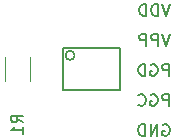
<source format=gbr>
%TF.GenerationSoftware,KiCad,Pcbnew,no-vcs-found-72d4889~60~ubuntu17.04.1*%
%TF.CreationDate,2017-10-28T15:15:39+11:00*%
%TF.ProjectId,capslock,636170736C6F636B2E6B696361645F70,1.00*%
%TF.SameCoordinates,PX60e4b00PY3bf3e68*%
%TF.FileFunction,Legend,Bot*%
%TF.FilePolarity,Positive*%
%FSLAX46Y46*%
G04 Gerber Fmt 4.6, Leading zero omitted, Abs format (unit mm)*
G04 Created by KiCad (PCBNEW no-vcs-found-72d4889~60~ubuntu17.04.1) date Sat Oct 28 15:15:39 2017*
%MOMM*%
%LPD*%
G01*
G04 APERTURE LIST*
%ADD10C,0.150000*%
%ADD11C,0.120000*%
G04 APERTURE END LIST*
D10*
%TO.C,U1*%
X5461000Y4318000D02*
X10287000Y4318000D01*
X10287000Y4318000D02*
X10287000Y7874000D01*
X10287000Y7874000D02*
X5461000Y7874000D01*
X5461000Y7874000D02*
X5461000Y4318000D01*
X6477000Y7239000D02*
G75*
G03X6477000Y7239000I-381000J0D01*
G01*
D11*
%TO.C,R1*%
X581000Y7096000D02*
X581000Y5096000D01*
X2721000Y5096000D02*
X2721000Y7096000D01*
%TO.C,GND*%
D10*
X13958904Y1389000D02*
X14054142Y1436620D01*
X14197000Y1436620D01*
X14339857Y1389000D01*
X14435095Y1293762D01*
X14482714Y1198524D01*
X14530333Y1008048D01*
X14530333Y865191D01*
X14482714Y674715D01*
X14435095Y579477D01*
X14339857Y484239D01*
X14197000Y436620D01*
X14101761Y436620D01*
X13958904Y484239D01*
X13911285Y531858D01*
X13911285Y865191D01*
X14101761Y865191D01*
X13482714Y436620D02*
X13482714Y1436620D01*
X12911285Y436620D01*
X12911285Y1436620D01*
X12435095Y436620D02*
X12435095Y1436620D01*
X12197000Y1436620D01*
X12054142Y1389000D01*
X11958904Y1293762D01*
X11911285Y1198524D01*
X11863666Y1008048D01*
X11863666Y865191D01*
X11911285Y674715D01*
X11958904Y579477D01*
X12054142Y484239D01*
X12197000Y436620D01*
X12435095Y436620D01*
%TO.C,PGC*%
X14458904Y2976620D02*
X14458904Y3976620D01*
X14077952Y3976620D01*
X13982714Y3929000D01*
X13935095Y3881381D01*
X13887476Y3786143D01*
X13887476Y3643286D01*
X13935095Y3548048D01*
X13982714Y3500429D01*
X14077952Y3452810D01*
X14458904Y3452810D01*
X12935095Y3929000D02*
X13030333Y3976620D01*
X13173190Y3976620D01*
X13316047Y3929000D01*
X13411285Y3833762D01*
X13458904Y3738524D01*
X13506523Y3548048D01*
X13506523Y3405191D01*
X13458904Y3214715D01*
X13411285Y3119477D01*
X13316047Y3024239D01*
X13173190Y2976620D01*
X13077952Y2976620D01*
X12935095Y3024239D01*
X12887476Y3071858D01*
X12887476Y3405191D01*
X13077952Y3405191D01*
X11887476Y3071858D02*
X11935095Y3024239D01*
X12077952Y2976620D01*
X12173190Y2976620D01*
X12316047Y3024239D01*
X12411285Y3119477D01*
X12458904Y3214715D01*
X12506523Y3405191D01*
X12506523Y3548048D01*
X12458904Y3738524D01*
X12411285Y3833762D01*
X12316047Y3929000D01*
X12173190Y3976620D01*
X12077952Y3976620D01*
X11935095Y3929000D01*
X11887476Y3881381D01*
%TO.C,PGD*%
X14458904Y5516620D02*
X14458904Y6516620D01*
X14077952Y6516620D01*
X13982714Y6469000D01*
X13935095Y6421381D01*
X13887476Y6326143D01*
X13887476Y6183286D01*
X13935095Y6088048D01*
X13982714Y6040429D01*
X14077952Y5992810D01*
X14458904Y5992810D01*
X12935095Y6469000D02*
X13030333Y6516620D01*
X13173190Y6516620D01*
X13316047Y6469000D01*
X13411285Y6373762D01*
X13458904Y6278524D01*
X13506523Y6088048D01*
X13506523Y5945191D01*
X13458904Y5754715D01*
X13411285Y5659477D01*
X13316047Y5564239D01*
X13173190Y5516620D01*
X13077952Y5516620D01*
X12935095Y5564239D01*
X12887476Y5611858D01*
X12887476Y5945191D01*
X13077952Y5945191D01*
X12458904Y5516620D02*
X12458904Y6516620D01*
X12220809Y6516620D01*
X12077952Y6469000D01*
X11982714Y6373762D01*
X11935095Y6278524D01*
X11887476Y6088048D01*
X11887476Y5945191D01*
X11935095Y5754715D01*
X11982714Y5659477D01*
X12077952Y5564239D01*
X12220809Y5516620D01*
X12458904Y5516620D01*
%TO.C,VPP*%
X14530333Y9056620D02*
X14197000Y8056620D01*
X13863666Y9056620D01*
X13530333Y8056620D02*
X13530333Y9056620D01*
X13149380Y9056620D01*
X13054142Y9009000D01*
X13006523Y8961381D01*
X12958904Y8866143D01*
X12958904Y8723286D01*
X13006523Y8628048D01*
X13054142Y8580429D01*
X13149380Y8532810D01*
X13530333Y8532810D01*
X12530333Y8056620D02*
X12530333Y9056620D01*
X12149380Y9056620D01*
X12054142Y9009000D01*
X12006523Y8961381D01*
X11958904Y8866143D01*
X11958904Y8723286D01*
X12006523Y8628048D01*
X12054142Y8580429D01*
X12149380Y8532810D01*
X12530333Y8532810D01*
%TO.C,VDD*%
X14530333Y11596620D02*
X14197000Y10596620D01*
X13863666Y11596620D01*
X13530333Y10596620D02*
X13530333Y11596620D01*
X13292238Y11596620D01*
X13149380Y11549000D01*
X13054142Y11453762D01*
X13006523Y11358524D01*
X12958904Y11168048D01*
X12958904Y11025191D01*
X13006523Y10834715D01*
X13054142Y10739477D01*
X13149380Y10644239D01*
X13292238Y10596620D01*
X13530333Y10596620D01*
X12530333Y10596620D02*
X12530333Y11596620D01*
X12292238Y11596620D01*
X12149380Y11549000D01*
X12054142Y11453762D01*
X12006523Y11358524D01*
X11958904Y11168048D01*
X11958904Y11025191D01*
X12006523Y10834715D01*
X12054142Y10739477D01*
X12149380Y10644239D01*
X12292238Y10596620D01*
X12530333Y10596620D01*
%TO.C,R1*%
X2103380Y1563667D02*
X1627190Y1897000D01*
X2103380Y2135096D02*
X1103380Y2135096D01*
X1103380Y1754143D01*
X1151000Y1658905D01*
X1198619Y1611286D01*
X1293857Y1563667D01*
X1436714Y1563667D01*
X1531952Y1611286D01*
X1579571Y1658905D01*
X1627190Y1754143D01*
X1627190Y2135096D01*
X2103380Y611286D02*
X2103380Y1182715D01*
X2103380Y897000D02*
X1103380Y897000D01*
X1246238Y992239D01*
X1341476Y1087477D01*
X1389095Y1182715D01*
%TD*%
M02*

</source>
